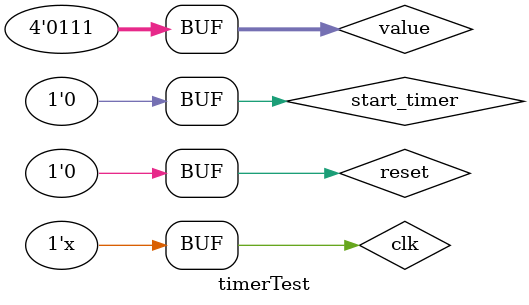
<source format=v>
`timescale 1ns / 1ps


module timerTest;

	// Inputs
	reg clk;
	reg start_timer;
	reg [3:0] value;
	reg reset;

	// Outputs
	wire expired;

	// Instantiate the Unit Under Test (UUT)
	timer uut (
		.clk(clk), 
		.start_timer(start_timer), 
		.value(value), 
		.reset(reset), 
		.expired(expired)
	);
	always #2 clk= !clk;

	initial begin
		// Initialize Inputs
		clk = 0;
		start_timer = 0;
		value = 4'd7;
		reset = 0;

		// Wait 100 ns for global reset to finish
		#100;
      start_timer=1;
		#40;
      start_timer=0;
				
		
		// Add stimulus here
		
	end
      
endmodule


</source>
